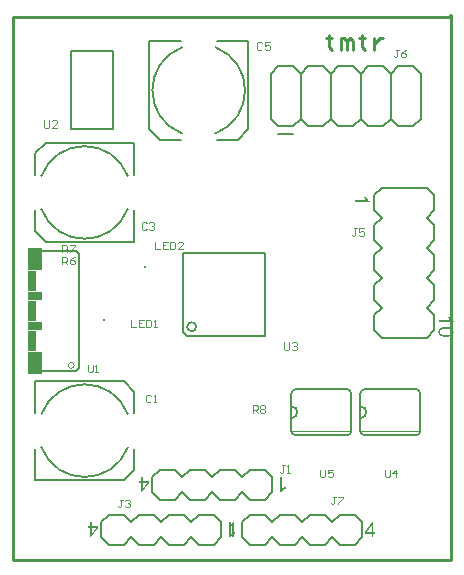
<source format=gto>
%FSLAX44Y44*%
%MOMM*%
G71*
G01*
G75*
G04 Layer_Color=65535*
%ADD10R,0.5588X1.2700*%
%ADD11R,1.2700X0.5588*%
%ADD12R,2.5146X3.5052*%
%ADD13R,3.5052X2.5146*%
%ADD14R,1.3208X1.6002*%
%ADD15R,1.2192X1.2192*%
%ADD16R,0.6604X2.0320*%
%ADD17R,1.2192X1.2192*%
%ADD18R,2.0066X1.5240*%
%ADD19R,2.0066X3.8100*%
%ADD20R,1.6002X1.3208*%
%ADD21C,0.8128*%
%ADD22C,0.4064*%
%ADD23C,0.3048*%
%ADD24C,0.3050*%
%ADD25C,0.4060*%
%ADD26C,0.2540*%
G04:AMPARAMS|DCode=27|XSize=1.524mm|YSize=1.524mm|CornerRadius=0mm|HoleSize=0mm|Usage=FLASHONLY|Rotation=0.000|XOffset=0mm|YOffset=0mm|HoleType=Round|Shape=Octagon|*
%AMOCTAGOND27*
4,1,8,0.7620,-0.3810,0.7620,0.3810,0.3810,0.7620,-0.3810,0.7620,-0.7620,0.3810,-0.7620,-0.3810,-0.3810,-0.7620,0.3810,-0.7620,0.7620,-0.3810,0.0*
%
%ADD27OCTAGOND27*%

%ADD28O,3.0480X1.5240*%
%ADD29O,1.5240X3.0480*%
G04:AMPARAMS|DCode=30|XSize=1.524mm|YSize=1.524mm|CornerRadius=0mm|HoleSize=0mm|Usage=FLASHONLY|Rotation=270.000|XOffset=0mm|YOffset=0mm|HoleType=Round|Shape=Octagon|*
%AMOCTAGOND30*
4,1,8,-0.3810,-0.7620,0.3810,-0.7620,0.7620,-0.3810,0.7620,0.3810,0.3810,0.7620,-0.3810,0.7620,-0.7620,0.3810,-0.7620,-0.3810,-0.3810,-0.7620,0.0*
%
%ADD30OCTAGOND30*%

%ADD31C,3.5560*%
%ADD32C,1.2700*%
%ADD33R,0.8128X1.2192*%
%ADD34R,1.2192X0.8128*%
%ADD35R,1.0160X1.5240*%
%ADD36R,1.0160X1.2192*%
%ADD37R,2.7432X2.1590*%
%ADD38C,0.6096*%
%ADD39C,0.1524*%
%ADD40C,0.2032*%
%ADD41C,0.0000*%
%ADD42C,0.0508*%
%ADD43C,0.0518*%
%ADD44C,0.0648*%
%ADD45R,0.2032X0.2016*%
%ADD46R,1.2700X1.9050*%
%ADD47R,0.7620X1.7780*%
%ADD48R,1.2700X0.7620*%
%ADD49R,0.2016X0.2032*%
G36*
X305478Y23486D02*
X307187D01*
Y22065D01*
X305478D01*
Y19050D01*
X303923D01*
Y22065D01*
X298450D01*
Y23486D01*
X304211Y31647D01*
X305478D01*
Y23486D01*
D02*
G37*
G36*
X228048Y59980D02*
X228068Y59999D01*
X228144Y60076D01*
X228279Y60172D01*
X228452Y60306D01*
X228663Y60479D01*
X228913Y60652D01*
X229201Y60863D01*
X229527Y61055D01*
X229546D01*
X229565Y61075D01*
X229681Y61151D01*
X229853Y61247D01*
X230065Y61363D01*
X230314Y61497D01*
X230583Y61612D01*
X230871Y61747D01*
X231140Y61862D01*
Y60345D01*
X231121D01*
X231082Y60326D01*
X231006Y60287D01*
X230929Y60230D01*
X230814Y60172D01*
X230679Y60114D01*
X230372Y59942D01*
X230026Y59730D01*
X229642Y59481D01*
X229258Y59193D01*
X228893Y58885D01*
X228874Y58866D01*
X228855Y58847D01*
X228740Y58732D01*
X228567Y58559D01*
X228356Y58348D01*
X228125Y58079D01*
X227895Y57791D01*
X227684Y57484D01*
X227511Y57176D01*
X226493D01*
Y69850D01*
X228048D01*
Y59980D01*
D02*
G37*
G36*
X110097Y66835D02*
X115570D01*
Y65414D01*
X109809Y57253D01*
X108542D01*
Y65414D01*
X106833D01*
Y66835D01*
X108542D01*
Y69850D01*
X110097D01*
Y66835D01*
D02*
G37*
G36*
X370185Y205721D02*
X370204Y205682D01*
X370243Y205606D01*
X370300Y205529D01*
X370358Y205414D01*
X370416Y205279D01*
X370588Y204972D01*
X370800Y204626D01*
X371049Y204242D01*
X371337Y203858D01*
X371645Y203493D01*
X371664Y203474D01*
X371683Y203455D01*
X371798Y203340D01*
X371971Y203167D01*
X372182Y202956D01*
X372451Y202725D01*
X372739Y202495D01*
X373046Y202284D01*
X373354Y202111D01*
Y201093D01*
X360680D01*
Y202648D01*
X370550D01*
X370531Y202668D01*
X370454Y202744D01*
X370358Y202879D01*
X370224Y203052D01*
X370051Y203263D01*
X369878Y203512D01*
X369667Y203801D01*
X369475Y204127D01*
Y204146D01*
X369455Y204165D01*
X369379Y204281D01*
X369283Y204453D01*
X369168Y204665D01*
X369033Y204914D01*
X368918Y205183D01*
X368783Y205471D01*
X368668Y205740D01*
X370185D01*
Y205721D01*
D02*
G37*
G36*
X184868Y29797D02*
X185127Y30015D01*
X185146Y30034D01*
X185165Y30053D01*
X185280Y30168D01*
X185453Y30341D01*
X185664Y30552D01*
X185895Y30821D01*
X186125Y31109D01*
X186336Y31416D01*
X186509Y31724D01*
X187527D01*
Y23570D01*
X187691Y23647D01*
X187960Y23762D01*
Y22245D01*
X187941D01*
X187902Y22226D01*
X187826Y22187D01*
X187749Y22130D01*
X187634Y22072D01*
X187527Y22026D01*
Y19050D01*
X185972D01*
Y21003D01*
X185713Y20785D01*
X185694Y20766D01*
X185675Y20747D01*
X185560Y20632D01*
X185387Y20459D01*
X185176Y20248D01*
X184945Y19979D01*
X184715Y19691D01*
X184504Y19384D01*
X184331Y19076D01*
X183313D01*
Y27230D01*
X183149Y27153D01*
X182880Y27038D01*
Y28555D01*
X182899D01*
X182938Y28574D01*
X183014Y28613D01*
X183091Y28670D01*
X183206Y28728D01*
X183313Y28774D01*
Y31750D01*
X184868D01*
Y29797D01*
D02*
G37*
G36*
X299065Y307321D02*
X299084Y307282D01*
X299123Y307206D01*
X299180Y307129D01*
X299238Y307014D01*
X299296Y306879D01*
X299468Y306572D01*
X299680Y306226D01*
X299929Y305842D01*
X300217Y305458D01*
X300525Y305093D01*
X300544Y305074D01*
X300563Y305055D01*
X300678Y304940D01*
X300851Y304767D01*
X301062Y304556D01*
X301331Y304325D01*
X301619Y304095D01*
X301926Y303884D01*
X302234Y303711D01*
Y302693D01*
X289560D01*
Y304248D01*
X299430D01*
X299411Y304268D01*
X299334Y304344D01*
X299238Y304479D01*
X299104Y304652D01*
X298931Y304863D01*
X298758Y305112D01*
X298547Y305401D01*
X298355Y305727D01*
Y305746D01*
X298335Y305765D01*
X298259Y305881D01*
X298163Y306053D01*
X298048Y306265D01*
X297913Y306514D01*
X297798Y306783D01*
X297663Y307071D01*
X297548Y307340D01*
X299065D01*
Y307321D01*
D02*
G37*
G36*
X66917Y28735D02*
X72390D01*
Y27314D01*
X66629Y19153D01*
X65362D01*
Y27314D01*
X63653D01*
Y28735D01*
X65362D01*
Y31750D01*
X66917D01*
Y28735D01*
D02*
G37*
G36*
X367458Y197118D02*
X367670D01*
X367919Y197099D01*
X368188Y197080D01*
X368764Y197022D01*
X369360Y196945D01*
X369955Y196849D01*
X370224Y196772D01*
X370492Y196696D01*
X370512D01*
X370550Y196677D01*
X370627Y196638D01*
X370723Y196600D01*
X370838Y196561D01*
X370973Y196504D01*
X371280Y196350D01*
X371625Y196158D01*
X371971Y195928D01*
X372298Y195659D01*
X372605Y195332D01*
Y195313D01*
X372643Y195294D01*
X372682Y195236D01*
X372720Y195159D01*
X372835Y194967D01*
X372989Y194699D01*
X373123Y194372D01*
X373238Y193969D01*
X373315Y193527D01*
X373354Y193028D01*
Y193009D01*
Y192990D01*
Y192932D01*
Y192855D01*
X373334Y192663D01*
X373296Y192433D01*
X373258Y192164D01*
X373181Y191857D01*
X373065Y191549D01*
X372931Y191261D01*
X372912Y191223D01*
X372854Y191127D01*
X372758Y190993D01*
X372643Y190800D01*
X372470Y190609D01*
X372259Y190397D01*
X372029Y190186D01*
X371760Y189994D01*
X371721Y189975D01*
X371625Y189917D01*
X371452Y189821D01*
X371241Y189706D01*
X370973Y189591D01*
X370646Y189456D01*
X370281Y189322D01*
X369878Y189207D01*
X369859D01*
X369820Y189188D01*
X369763D01*
X369667Y189168D01*
X369571Y189130D01*
X369436Y189111D01*
X369263Y189091D01*
X369091Y189053D01*
X368879Y189034D01*
X368668Y189015D01*
X368419Y188976D01*
X368150Y188957D01*
X367862Y188938D01*
X367574D01*
X366902Y188919D01*
X366537D01*
X366345Y188938D01*
X366133D01*
X365884Y188957D01*
X365615Y188976D01*
X365039Y189034D01*
X364444Y189111D01*
X363848Y189226D01*
X363580Y189303D01*
X363311Y189380D01*
X363292D01*
X363253Y189399D01*
X363176Y189418D01*
X363080Y189456D01*
X362965Y189514D01*
X362850Y189572D01*
X362543Y189725D01*
X362197Y189917D01*
X361851Y190148D01*
X361506Y190417D01*
X361199Y190743D01*
Y190762D01*
X361160Y190781D01*
X361141Y190839D01*
X361083Y190896D01*
X360968Y191108D01*
X360834Y191357D01*
X360699Y191703D01*
X360584Y192087D01*
X360507Y192529D01*
X360469Y193028D01*
Y193047D01*
Y193105D01*
Y193201D01*
X360488Y193335D01*
X360507Y193489D01*
X360546Y193662D01*
X360584Y193854D01*
X360622Y194065D01*
X360776Y194526D01*
X360891Y194775D01*
X361006Y195006D01*
X361160Y195256D01*
X361333Y195486D01*
X361525Y195697D01*
X361755Y195908D01*
X361774Y195928D01*
X361832Y195966D01*
X361928Y196024D01*
X362063Y196100D01*
X362235Y196196D01*
X362447Y196292D01*
X362696Y196408D01*
X363004Y196523D01*
X363330Y196638D01*
X363714Y196753D01*
X364136Y196849D01*
X364597Y196945D01*
X365116Y197022D01*
X365653Y197080D01*
X366268Y197118D01*
X366902Y197137D01*
X367266D01*
X367458Y197118D01*
D02*
G37*
%LPC*%
G36*
Y195543D02*
X366614D01*
X366402Y195524D01*
X366153D01*
X365865Y195505D01*
X365538Y195486D01*
X365212Y195448D01*
X364520Y195371D01*
X363829Y195236D01*
X363522Y195159D01*
X363234Y195063D01*
X362965Y194948D01*
X362754Y194833D01*
X362735D01*
X362715Y194795D01*
X362600Y194699D01*
X362427Y194545D01*
X362255Y194334D01*
X362063Y194065D01*
X361890Y193758D01*
X361774Y193412D01*
X361755Y193220D01*
X361736Y193028D01*
Y193009D01*
Y192990D01*
Y192932D01*
X361755Y192855D01*
X361794Y192663D01*
X361870Y192414D01*
X361986Y192125D01*
X362159Y191838D01*
X362274Y191684D01*
X362427Y191530D01*
X362581Y191377D01*
X362754Y191242D01*
X362773D01*
X362812Y191204D01*
X362869Y191165D01*
X362965Y191127D01*
X363080Y191069D01*
X363253Y191012D01*
X363445Y190954D01*
X363656Y190877D01*
X363925Y190800D01*
X364213Y190743D01*
X364559Y190685D01*
X364943Y190628D01*
X365365Y190570D01*
X365826Y190551D01*
X366345Y190513D01*
X367190D01*
X367401Y190532D01*
X367650D01*
X367938Y190551D01*
X368246Y190570D01*
X368591Y190609D01*
X369283Y190685D01*
X369955Y190820D01*
X370281Y190896D01*
X370569Y190993D01*
X370819Y191108D01*
X371030Y191242D01*
X371049D01*
X371068Y191281D01*
X371184Y191377D01*
X371357Y191530D01*
X371549Y191742D01*
X371741Y192010D01*
X371913Y192318D01*
X372029Y192663D01*
X372048Y192855D01*
X372067Y193047D01*
Y193066D01*
Y193086D01*
Y193143D01*
X372048Y193220D01*
X372029Y193412D01*
X371952Y193662D01*
X371837Y193930D01*
X371683Y194219D01*
X371452Y194507D01*
X371299Y194641D01*
X371145Y194756D01*
X371126D01*
X371088Y194795D01*
X371011Y194833D01*
X370915Y194871D01*
X370780Y194929D01*
X370627Y195006D01*
X370416Y195083D01*
X370185Y195140D01*
X369916Y195217D01*
X369609Y195294D01*
X369263Y195352D01*
X368860Y195428D01*
X368438Y195467D01*
X367977Y195505D01*
X367458Y195543D01*
D02*
G37*
G36*
X70873Y27314D02*
X66917D01*
Y21669D01*
X70873Y27314D01*
D02*
G37*
G36*
X185972Y28920D02*
X185952Y28901D01*
X185876Y28824D01*
X185741Y28728D01*
X185568Y28594D01*
X185357Y28421D01*
X185107Y28248D01*
X184868Y28073D01*
Y21880D01*
X184888Y21899D01*
X184964Y21976D01*
X185099Y22072D01*
X185272Y22206D01*
X185483Y22379D01*
X185732Y22552D01*
X185972Y22727D01*
Y28920D01*
D02*
G37*
G36*
X114053Y65414D02*
X110097D01*
Y59769D01*
X114053Y65414D01*
D02*
G37*
G36*
X303923Y29131D02*
X299967Y23486D01*
X303923D01*
Y29131D01*
D02*
G37*
%LPD*%
D26*
X267969Y444496D02*
Y441957D01*
X265430D01*
X270508D01*
X267969D01*
Y434339D01*
X270508Y431800D01*
X278126D02*
Y441957D01*
X280665D01*
X283204Y439417D01*
Y431800D01*
Y439417D01*
X285743Y441957D01*
X288283Y439417D01*
Y431800D01*
X295900Y444496D02*
Y441957D01*
X293361D01*
X298439D01*
X295900D01*
Y434339D01*
X298439Y431800D01*
X306057Y441957D02*
Y431800D01*
Y436878D01*
X308596Y439417D01*
X311135Y441957D01*
X313674D01*
X0Y0D02*
X370840D01*
Y461010D01*
X369570Y459740D02*
X370840Y461010D01*
X0Y459740D02*
X369570D01*
X0Y0D02*
Y459740D01*
D39*
X155448Y197358D02*
G03*
X155448Y197358I-3810J0D01*
G01*
X282921Y105422D02*
G03*
X286731Y109232I0J3810D01*
G01*
X239741Y144538D02*
G03*
X235931Y140728I0J-3810D01*
G01*
X286731D02*
G03*
X282921Y144538I-3810J0D01*
G01*
X235931Y109232D02*
G03*
X239741Y105422I3810J0D01*
G01*
X235931Y119900D02*
G03*
X235931Y130060I0J5080D01*
G01*
X341341Y105422D02*
G03*
X345151Y109232I0J3810D01*
G01*
X298161Y144538D02*
G03*
X294351Y140728I0J-3810D01*
G01*
X345151D02*
G03*
X341341Y144538I-3810J0D01*
G01*
X294351Y109232D02*
G03*
X298161Y105422I3810J0D01*
G01*
X294351Y119900D02*
G03*
X294351Y130060I0J5080D01*
G01*
X144018Y259842D02*
X214120D01*
Y189740D02*
Y259842D01*
X147320Y189740D02*
X214120D01*
X144018Y193290D02*
Y259842D01*
Y193290D02*
X147320Y189740D01*
X218440Y373380D02*
X224790Y367030D01*
X237490D02*
X243840Y373380D01*
X250190Y367030D01*
X262890D02*
X269240Y373380D01*
X275590Y367030D01*
X288290D02*
X294640Y373380D01*
X300990Y367030D01*
X313690D02*
X320040Y373380D01*
X218440D02*
Y411480D01*
X224790Y417830D01*
X237490D01*
X243840Y411480D01*
X250190Y417830D01*
X262890D01*
X269240Y411480D01*
X275590Y417830D01*
X288290D01*
X294640Y411480D01*
X300990Y417830D01*
X313690D01*
X320040Y411480D01*
X243840Y373380D02*
Y411480D01*
X269240Y373380D02*
Y411480D01*
X294640Y373380D02*
Y411480D01*
X320040Y373380D02*
Y411480D01*
X300990Y367030D02*
X313690D01*
X275590D02*
X288290D01*
X250190D02*
X262890D01*
X224790D02*
X237490D01*
X320040Y373380D02*
X326390Y367030D01*
X339090D02*
X345440Y373380D01*
X320040Y411480D02*
X326390Y417830D01*
X339090D01*
X345440Y411480D01*
Y373380D02*
Y411480D01*
X326390Y367030D02*
X339090D01*
X53340Y261620D02*
X55880Y259080D01*
Y162560D02*
Y259080D01*
X53340Y160020D02*
X55880Y162560D01*
X24130Y261620D02*
X53340D01*
X24130Y160020D02*
X53340D01*
X157480Y12700D02*
X170180D01*
X151130Y19050D02*
X157480Y12700D01*
X151130Y31750D02*
X157480Y38100D01*
X144780Y12700D02*
X151130Y19050D01*
X132080Y12700D02*
X144780D01*
X125730Y19050D02*
X132080Y12700D01*
X125730Y31750D02*
X132080Y38100D01*
X144780D01*
X151130Y31750D01*
X176530Y19050D02*
Y31750D01*
X170180Y12700D02*
X176530Y19050D01*
X170180Y38100D02*
X176530Y31750D01*
X157480Y38100D02*
X170180D01*
X119380Y12700D02*
X125730Y19050D01*
X106680Y12700D02*
X119380D01*
X100330Y19050D02*
X106680Y12700D01*
X100330Y31750D02*
X106680Y38100D01*
X119380D01*
X125730Y31750D01*
X81280Y12700D02*
X93980D01*
X74930Y19050D02*
X81280Y12700D01*
X74930Y19050D02*
Y31750D01*
X81280Y38100D01*
X93980Y12700D02*
X100330Y19050D01*
X93980Y38100D02*
X100330Y31750D01*
X81280Y38100D02*
X93980D01*
X276860Y12700D02*
X289560D01*
X270510Y19050D02*
X276860Y12700D01*
X270510Y31750D02*
X276860Y38100D01*
X289560Y12700D02*
X295910Y19050D01*
Y31750D01*
X289560Y38100D02*
X295910Y31750D01*
X276860Y38100D02*
X289560D01*
X245110Y19050D02*
X251460Y12700D01*
X264160D01*
X270510Y19050D01*
X264160Y38100D02*
X270510Y31750D01*
X251460Y38100D02*
X264160D01*
X245110Y31750D02*
X251460Y38100D01*
X200660Y12700D02*
X213360D01*
X194310Y19050D02*
X200660Y12700D01*
X194310Y31750D02*
X200660Y38100D01*
X194310Y19050D02*
Y31750D01*
X219710Y19050D02*
X226060Y12700D01*
X238760D01*
X245110Y19050D01*
X238760Y38100D02*
X245110Y31750D01*
X226060Y38100D02*
X238760D01*
X219710Y31750D02*
X226060Y38100D01*
X213360Y12700D02*
X219710Y19050D01*
X213360Y38100D02*
X219710Y31750D01*
X200660Y38100D02*
X213360D01*
X239741Y144538D02*
X282921D01*
X239741Y105422D02*
X282921D01*
X286731Y109232D02*
Y140728D01*
X235931Y109232D02*
Y140728D01*
X298161Y144538D02*
X341341D01*
X298161Y105422D02*
X341341D01*
X345151Y109232D02*
Y140728D01*
X294351Y109232D02*
Y140728D01*
X124460Y76200D02*
X137160D01*
X143510Y69850D01*
X137160Y50800D02*
X143510Y57150D01*
X118110Y69850D02*
X124460Y76200D01*
X118110Y57150D02*
Y69850D01*
Y57150D02*
X124460Y50800D01*
X137160D01*
X162560Y76200D02*
X168910Y69850D01*
X149860Y76200D02*
X162560D01*
X143510Y69850D02*
X149860Y76200D01*
X143510Y57150D02*
X149860Y50800D01*
X162560D01*
X168910Y57150D01*
X200660Y76200D02*
X213360D01*
X219710Y69850D01*
X213360Y50800D02*
X219710Y57150D01*
Y69850D01*
X187960Y76200D02*
X194310Y69850D01*
X175260Y76200D02*
X187960D01*
X168910Y69850D02*
X175260Y76200D01*
X168910Y57150D02*
X175260Y50800D01*
X187960D01*
X194310Y57150D01*
Y69850D02*
X200660Y76200D01*
X194310Y57150D02*
X200660Y50800D01*
X213360D01*
X306070Y194310D02*
X312420Y187960D01*
X350520D02*
X356870Y194310D01*
X312420Y187960D02*
X350520D01*
X306070Y219710D02*
Y232410D01*
X312420Y238760D01*
X306070Y207010D02*
X312420Y213360D01*
X306070Y194310D02*
Y207010D01*
Y219710D02*
X312420Y213360D01*
X306070Y257810D02*
X312420Y264160D01*
X306070Y245110D02*
Y257810D01*
Y245110D02*
X312420Y238760D01*
X306070Y295910D02*
Y308610D01*
X312420Y314960D01*
X350520D01*
X306070Y283210D02*
X312420Y289560D01*
X306070Y270510D02*
Y283210D01*
Y270510D02*
X312420Y264160D01*
X306070Y295910D02*
X312420Y289560D01*
X350520Y238760D02*
X356870Y232410D01*
Y194310D02*
Y207010D01*
X350520Y213360D02*
X356870Y207010D01*
X350520Y213360D02*
X356870Y219710D01*
Y232410D01*
X350520Y238760D02*
X356870Y245110D01*
Y257810D01*
X350520Y264160D02*
X356870Y257810D01*
X350520Y314960D02*
X356870Y308610D01*
X350520Y264160D02*
X356870Y270510D01*
Y283210D01*
X350520Y289560D02*
X356870Y283210D01*
X350520Y289560D02*
X356870Y295910D01*
Y308610D01*
D40*
X171704Y360934D02*
G03*
X171704Y434010I-14015J36538D01*
G01*
X143480D02*
G03*
X143480Y360934I14015J-36538D01*
G01*
X24384Y296926D02*
G03*
X97460Y296926I36538J14015D01*
G01*
Y325150D02*
G03*
X24384Y325150I-36538J-14015D01*
G01*
X97536Y123444D02*
G03*
X24460Y123444I-36538J-14015D01*
G01*
Y95220D02*
G03*
X97536Y95220I36538J14015D01*
G01*
X224790Y360680D02*
X237490D01*
X190500Y355346D02*
X199644Y364490D01*
X115480D02*
X124480Y355346D01*
X142480D01*
X172720D02*
X190500D01*
X199644Y364490D02*
Y439510D01*
X172720D02*
X199644D01*
X115480D02*
X142480D01*
X115480Y364490D02*
Y439510D01*
X18796Y278130D02*
X27940Y268986D01*
X18796Y344150D02*
X27940Y353150D01*
X18796Y326150D02*
Y344150D01*
Y278130D02*
Y295910D01*
X27940Y268986D02*
X102960D01*
Y295910D01*
Y326150D02*
Y353150D01*
X27940D02*
X102960D01*
X93980Y151384D02*
X103124Y142240D01*
X93980Y67220D02*
X103124Y76220D01*
Y94220D01*
Y124460D02*
Y142240D01*
X18960Y151384D02*
X93980D01*
X18960Y124460D02*
Y151384D01*
Y67220D02*
Y94220D01*
Y67220D02*
X93980D01*
X49530Y430530D02*
X85090D01*
Y364740D02*
Y430530D01*
X49530Y364740D02*
X85090D01*
X49530D02*
Y430530D01*
D41*
X52324Y164592D02*
G03*
X52324Y164592I-2540J0D01*
G01*
D42*
X235931Y108978D02*
X286731D01*
X294351D02*
X345151D01*
D43*
X229870Y184275D02*
Y178879D01*
X230949Y177800D01*
X233107D01*
X234187Y178879D01*
Y184275D01*
X236345Y183196D02*
X237424Y184275D01*
X239582D01*
X240662Y183196D01*
Y182117D01*
X239582Y181038D01*
X238503D01*
X239582D01*
X240662Y179958D01*
Y178879D01*
X239582Y177800D01*
X237424D01*
X236345Y178879D01*
X203200Y124460D02*
Y130935D01*
X206437D01*
X207517Y129856D01*
Y127697D01*
X206437Y126618D01*
X203200D01*
X205358D02*
X207517Y124460D01*
X209675Y129856D02*
X210754Y130935D01*
X212912D01*
X213992Y129856D01*
Y128777D01*
X212912Y127697D01*
X213992Y126618D01*
Y125539D01*
X212912Y124460D01*
X210754D01*
X209675Y125539D01*
Y126618D01*
X210754Y127697D01*
X209675Y128777D01*
Y129856D01*
X210754Y127697D02*
X212912D01*
X41910Y260350D02*
Y266825D01*
X45148D01*
X46227Y265746D01*
Y263587D01*
X45148Y262508D01*
X41910D01*
X44068D02*
X46227Y260350D01*
X48385Y266825D02*
X52702D01*
Y265746D01*
X48385Y261429D01*
Y260350D01*
X26670Y372235D02*
Y366839D01*
X27749Y365760D01*
X29908D01*
X30987Y366839D01*
Y372235D01*
X37462Y365760D02*
X33145D01*
X37462Y370077D01*
Y371156D01*
X36382Y372235D01*
X34224D01*
X33145Y371156D01*
X100330Y203325D02*
Y196850D01*
X104647D01*
X111122Y203325D02*
X106805D01*
Y196850D01*
X111122D01*
X106805Y200088D02*
X108963D01*
X113280Y203325D02*
Y196850D01*
X116517D01*
X117596Y197929D01*
Y202246D01*
X116517Y203325D01*
X113280D01*
X119755Y196850D02*
X121913D01*
X120834D01*
Y203325D01*
X119755Y202246D01*
X120650Y269365D02*
Y262890D01*
X124967D01*
X131441Y269365D02*
X127125D01*
Y262890D01*
X131441D01*
X127125Y266127D02*
X129283D01*
X133600Y269365D02*
Y262890D01*
X136837D01*
X137916Y263969D01*
Y268286D01*
X136837Y269365D01*
X133600D01*
X144391Y262890D02*
X140075D01*
X144391Y267207D01*
Y268286D01*
X143312Y269365D01*
X141154D01*
X140075Y268286D01*
D44*
X41910Y250190D02*
Y256665D01*
X45148D01*
X46227Y255586D01*
Y253428D01*
X45148Y252348D01*
X41910D01*
X44068D02*
X46227Y250190D01*
X52702Y256665D02*
X50543Y255586D01*
X48385Y253428D01*
Y251269D01*
X49464Y250190D01*
X51622D01*
X52702Y251269D01*
Y252348D01*
X51622Y253428D01*
X48385D01*
X63500Y165225D02*
Y159829D01*
X64579Y158750D01*
X66737D01*
X67817Y159829D01*
Y165225D01*
X69975Y158750D02*
X72133D01*
X71054D01*
Y165225D01*
X69975Y164146D01*
X117347Y138746D02*
X116267Y139825D01*
X114109D01*
X113030Y138746D01*
Y134429D01*
X114109Y133350D01*
X116267D01*
X117347Y134429D01*
X119505Y133350D02*
X121663D01*
X120584D01*
Y139825D01*
X119505Y138746D01*
X113537Y284796D02*
X112458Y285875D01*
X110299D01*
X109220Y284796D01*
Y280479D01*
X110299Y279400D01*
X112458D01*
X113537Y280479D01*
X115695Y284796D02*
X116774Y285875D01*
X118932D01*
X120012Y284796D01*
Y283717D01*
X118932Y282638D01*
X117853D01*
X118932D01*
X120012Y281558D01*
Y280479D01*
X118932Y279400D01*
X116774D01*
X115695Y280479D01*
X93217Y50925D02*
X91058D01*
X92137D01*
Y45529D01*
X91058Y44450D01*
X89979D01*
X88900Y45529D01*
X95375Y49846D02*
X96454Y50925D01*
X98612D01*
X99691Y49846D01*
Y48767D01*
X98612Y47688D01*
X97533D01*
X98612D01*
X99691Y46608D01*
Y45529D01*
X98612Y44450D01*
X96454D01*
X95375Y45529D01*
X326897Y431925D02*
X324738D01*
X325817D01*
Y426529D01*
X324738Y425450D01*
X323659D01*
X322580Y426529D01*
X333372Y431925D02*
X331213Y430846D01*
X329055Y428688D01*
Y426529D01*
X330134Y425450D01*
X332292D01*
X333372Y426529D01*
Y427608D01*
X332292Y428688D01*
X329055D01*
X211327Y437196D02*
X210247Y438275D01*
X208089D01*
X207010Y437196D01*
Y432879D01*
X208089Y431800D01*
X210247D01*
X211327Y432879D01*
X217801Y438275D02*
X213485D01*
Y435037D01*
X215643Y436117D01*
X216722D01*
X217801Y435037D01*
Y432879D01*
X216722Y431800D01*
X214564D01*
X213485Y432879D01*
X291337Y280795D02*
X289178D01*
X290257D01*
Y275399D01*
X289178Y274320D01*
X288099D01*
X287020Y275399D01*
X297812Y280795D02*
X293495D01*
Y277558D01*
X295653Y278637D01*
X296732D01*
X297812Y277558D01*
Y275399D01*
X296732Y274320D01*
X294574D01*
X293495Y275399D01*
X314960Y76325D02*
Y70929D01*
X316039Y69850D01*
X318197D01*
X319277Y70929D01*
Y76325D01*
X324672Y69850D02*
Y76325D01*
X321435Y73088D01*
X325751D01*
X260350Y76325D02*
Y70929D01*
X261429Y69850D01*
X263587D01*
X264667Y70929D01*
Y76325D01*
X271141D02*
X266825D01*
Y73088D01*
X268983Y74167D01*
X270062D01*
X271141Y73088D01*
Y70929D01*
X270062Y69850D01*
X267904D01*
X266825Y70929D01*
X230377Y80135D02*
X228218D01*
X229298D01*
Y74739D01*
X228218Y73660D01*
X227139D01*
X226060Y74739D01*
X232535Y73660D02*
X234693D01*
X233614D01*
Y80135D01*
X232535Y79056D01*
X273557Y53465D02*
X271398D01*
X272477D01*
Y48069D01*
X271398Y46990D01*
X270319D01*
X269240Y48069D01*
X275715Y53465D02*
X280032D01*
Y52386D01*
X275715Y48069D01*
Y46990D01*
D45*
X77718Y203208D02*
D03*
D46*
X19050Y167005D02*
D03*
Y254635D02*
D03*
D47*
X16510Y185420D02*
D03*
Y210820D02*
D03*
Y236220D02*
D03*
D48*
X19050Y198120D02*
D03*
Y223520D02*
D03*
D49*
X111752Y247903D02*
D03*
M02*

</source>
